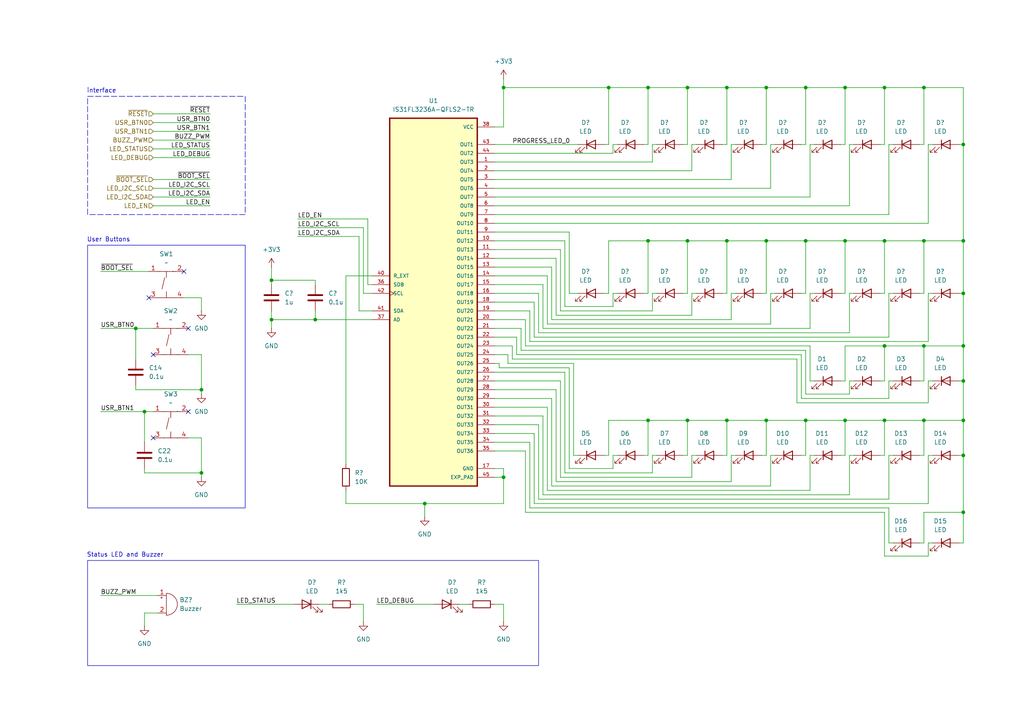
<source format=kicad_sch>
(kicad_sch (version 20250114) (generator "eeschema") (generator_version "9.0")
  (paper "A4")
  (title_block (title "BOKAKA") (date "2025-12-09") (rev "v1.0") (company "DIVA Engineering"))
  (lib_symbols
    (symbol "Device:Buzzer" (pin_names (offset 0.0254) (hide yes))
      (property "Reference" "BZ" (at 3.81 1.27 0))
      (property "Value" "Buzzer" (at 3.81 -1.27 0))
      (symbol "Buzzer_0_1"
        (polyline (pts (xy -1.651 1.905) (xy -1.143 1.905)))
        (polyline (pts (xy -1.397 2.159) (xy -1.397 1.651)))
        (arc (start 0 3.175) (mid 3.1612 0) (end 0 -3.175))
        (polyline (pts (xy 0 3.175) (xy 0 -3.175)))
      )
      (symbol "Buzzer_1_1"
        (pin passive line (at -2.54 2.54 0) (length 2.54) (name "+") (number "1"))
        (pin passive line (at -2.54 -2.54 0) (length 2.54) (name "-") (number "2"))
      )
    )
    (symbol "Device:C" (pin_numbers (hide yes)) (pin_names (offset 0.254))
      (property "Reference" "C" (at 0.635 2.54 0))
      (property "Value" "C" (at 0.635 -2.54 0))
      (symbol "C_0_1"
        (polyline (pts (xy -2.032 0.762) (xy 2.032 0.762)) (stroke (width 0.508)))
        (polyline (pts (xy -2.032 -0.762) (xy 2.032 -0.762)) (stroke (width 0.508)))
      )
      (symbol "C_1_1"
        (pin passive line (at 0 3.81 270) (length 2.794) (name "~") (number "1"))
        (pin passive line (at 0 -3.81 90) (length 2.794) (name "~") (number "2"))
      )
    )
    (symbol "Device:LED" (pin_numbers (hide yes)) (pin_names (offset 1.016) (hide yes))
      (property "Reference" "D" (at 0 2.54 0))
      (property "Value" "LED" (at 0 -2.54 0))
      (symbol "LED_0_1"
        (polyline (pts (xy -3.048 -0.762) (xy -4.572 -2.286) (xy -3.81 -2.286) (xy -4.572 -2.286) (xy -4.572 -1.524)))
        (polyline (pts (xy -1.778 -0.762) (xy -3.302 -2.286) (xy -2.54 -2.286) (xy -3.302 -2.286) (xy -3.302 -1.524)))
        (polyline (pts (xy -1.27 0) (xy 1.27 0)))
        (polyline (pts (xy -1.27 -1.27) (xy -1.27 1.27)) (stroke (width 0.254)))
        (polyline (pts (xy 1.27 -1.27) (xy 1.27 1.27) (xy -1.27 0) (xy 1.27 -1.27)) (stroke (width 0.254)))
      )
      (symbol "LED_1_1"
        (pin passive line (at -3.81 0 0) (length 2.54) (name "K") (number "1"))
        (pin passive line (at 3.81 0 180) (length 2.54) (name "A") (number "2"))
      )
    )
    (symbol "Device:R" (pin_numbers (hide yes)) (pin_names (offset 0))
      (property "Reference" "R" (at 2.032 0 90))
      (property "Value" "R" (at 0 0 90))
      (symbol "R_0_1"
        (rectangle (start -1.016 -2.54) (end 1.016 2.54) (stroke (width 0.254)))
      )
      (symbol "R_1_1"
        (pin passive line (at 0 3.81 270) (length 1.27) (name "~") (number "1"))
        (pin passive line (at 0 -3.81 90) (length 1.27) (name "~") (number "2"))
      )
    )
    (symbol "Symbols:IS31FL3236A-QFLS2-TR" (pin_names (offset 1.016))
      (property "Reference" "U" (at -12.7213 50.8852 0))
      (property "Value" "IS31FL3236A-QFLS2-TR" (at -12.7156 -58.4919 0))
      (symbol "IS31FL3236A-QFLS2-TR_0_0"
        (rectangle (start -12.7 -55.88) (end 12.7 50.8) (stroke (width 0.41)) (fill (type background)))
        (pin input line (at -17.78 5.08 0) (length 5.08) (name "R_EXT") (number "40"))
        (pin input line (at -17.78 2.54 0) (length 5.08) (name "SDB") (number "36"))
        (pin input clock (at -17.78 0 0) (length 5.08) (name "SCL") (number "42"))
        (pin bidirectional line (at -17.78 -5.08 0) (length 5.08) (name "SDA") (number "41"))
        (pin bidirectional line (at -17.78 -7.62 0) (length 5.08) (name "AD") (number "37"))
        (pin power_in line (at 17.78 48.26 180) (length 5.08) (name "VCC") (number "38"))
        (pin output line (at 17.78 43.18 180) (length 5.08) (name "OUT1") (number "43"))
        (pin output line (at 17.78 40.64 180) (length 5.08) (name "OUT2") (number "44"))
        (pin output line (at 17.78 38.1 180) (length 5.08) (name "OUT3") (number "1"))
        (pin output line (at 17.78 35.56 180) (length 5.08) (name "OUT4") (number "2"))
        (pin output line (at 17.78 33.02 180) (length 5.08) (name "OUT5") (number "3"))
        (pin output line (at 17.78 30.48 180) (length 5.08) (name "OUT6") (number "4"))
        (pin output line (at 17.78 27.94 180) (length 5.08) (name "OUT7") (number "5"))
        (pin output line (at 17.78 25.4 180) (length 5.08) (name "OUT8") (number "6"))
        (pin output line (at 17.78 22.86 180) (length 5.08) (name "OUT9") (number "7"))
        (pin output line (at 17.78 20.32 180) (length 5.08) (name "OUT10") (number "8"))
        (pin output line (at 17.78 17.78 180) (length 5.08) (name "OUT11") (number "9"))
        (pin output line (at 17.78 15.24 180) (length 5.08) (name "OUT12") (number "10"))
        (pin output line (at 17.78 12.7 180) (length 5.08) (name "OUT13") (number "11"))
        (pin output line (at 17.78 10.16 180) (length 5.08) (name "OUT14") (number "12"))
        (pin output line (at 17.78 7.62 180) (length 5.08) (name "OUT15") (number "13"))
        (pin output line (at 17.78 5.08 180) (length 5.08) (name "OUT16") (number "14"))
        (pin output line (at 17.78 2.54 180) (length 5.08) (name "OUT17") (number "15"))
        (pin output line (at 17.78 0 180) (length 5.08) (name "OUT18") (number "16"))
        (pin output line (at 17.78 -2.54 180) (length 5.08) (name "OUT19") (number "18"))
        (pin output line (at 17.78 -5.08 180) (length 5.08) (name "OUT20") (number "19"))
        (pin output line (at 17.78 -7.62 180) (length 5.08) (name "OUT21") (number "20"))
        (pin output line (at 17.78 -10.16 180) (length 5.08) (name "OUT22") (number "21"))
        (pin output line (at 17.78 -12.7 180) (length 5.08) (name "OUT23") (number "22"))
        (pin output line (at 17.78 -15.24 180) (length 5.08) (name "OUT24") (number "23"))
        (pin output line (at 17.78 -17.78 180) (length 5.08) (name "OUT25") (number "24"))
        (pin output line (at 17.78 -20.32 180) (length 5.08) (name "OUT26") (number "25"))
        (pin output line (at 17.78 -22.86 180) (length 5.08) (name "OUT27") (number "26"))
        (pin output line (at 17.78 -25.4 180) (length 5.08) (name "OUT28") (number "27"))
        (pin output line (at 17.78 -27.94 180) (length 5.08) (name "OUT29") (number "28"))
        (pin output line (at 17.78 -30.48 180) (length 5.08) (name "OUT30") (number "29"))
        (pin output line (at 17.78 -33.02 180) (length 5.08) (name "OUT31") (number "30"))
        (pin output line (at 17.78 -35.56 180) (length 5.08) (name "OUT32") (number "31"))
        (pin output line (at 17.78 -38.1 180) (length 5.08) (name "OUT33") (number "32"))
        (pin output line (at 17.78 -40.64 180) (length 5.08) (name "OUT34") (number "33"))
        (pin output line (at 17.78 -43.18 180) (length 5.08) (name "OUT35") (number "34"))
        (pin output line (at 17.78 -45.72 180) (length 5.08) (name "OUT36") (number "35"))
        (pin power_in line (at 17.78 -50.8 180) (length 5.08) (name "GND") (number "17"))
        (pin power_in line (at 17.78 -50.8 180) (length 5.08) (hide yes) (name "GND") (number "39"))
        (pin power_in line (at 17.78 -53.34 180) (length 5.08) (name "EXP_PAD") (number "45"))
      )
    )
    (symbol "Symbols:TS-1187A-B-A-B"
      (property "Reference" "SW" (at 0 0 0))
      (symbol "TS-1187A-B-A-B_1_0"
        (polyline (pts (xy -2.54 2.54) (xy 2.54 2.54)))
        (polyline (pts (xy -2.54 -5.08) (xy 2.54 -5.08)))
        (polyline (pts (xy -0.508 0.762) (xy -1.27 -2.54)))
        (polyline (pts (xy 0 0.762) (xy 0 2.54)))
        (polyline (pts (xy 0 -3.302) (xy 0 -5.08)))
        (pin passive line (at -5.08 2.54 0) (length 2.54) (name "A") (number "1"))
        (pin passive line (at -5.08 -5.08 0) (length 2.54) (name "C") (number "3"))
        (pin passive line (at 5.08 2.54 180) (length 2.54) (name "B") (number "2"))
        (pin passive line (at 5.08 -5.08 180) (length 2.54) (name "D") (number "4"))
      )
    )
    (symbol "power:+3V3" (power) (pin_numbers (hide yes)) (pin_names (offset 0) (hide yes))
      (property "Value" "+3V3" (at 0 3.556 0))
      (symbol "+3V3_0_1"
        (polyline (pts (xy -0.762 1.27) (xy 0 2.54)))
        (polyline (pts (xy 0 2.54) (xy 0.762 1.27)))
        (polyline (pts (xy 0 0) (xy 0 2.54)))
      )
      (symbol "+3V3_1_1"
        (pin power_in line (at 0 0 90) (length 0) (name "~") (number "1"))
      )
    )
    (symbol "power:GND" (power) (pin_numbers (hide yes)) (pin_names (offset 0) (hide yes))
      (property "Value" "GND" (at 0 -3.81 0))
      (symbol "GND_0_1"
        (polyline (pts (xy 0 0) (xy 0 -1.27) (xy 1.27 -1.27) (xy 0 -2.54) (xy -1.27 -1.27) (xy 0 -1.27)))
      )
      (symbol "GND_1_1"
        (pin power_in line (at 0 0 270) (length 0) (name "~") (number "1"))
      )
    )
  )
  (rectangle (start 25.4 162.56) (end 156.21 193.04))
  (rectangle (start 25.4 27.94) (end 71.12 62.23) (stroke (width 0) (type dash)))
  (rectangle (start 25.4 71.12) (end 71.12 147.32))
  (text "Status LED and Buzzer" (at 36.322 161.036 0) (effects (font (size 1.27 1.27))))
  (text "User Buttons" (at 31.496 69.596 0) (effects (font (size 1.27 1.27))))
  (text "interface" (at 29.464 26.416 0) (effects (font (size 1.27 1.27))))
  (junction (at 233.68 121.92))
  (junction (at 123.19 146.05))
  (junction (at 267.97 69.85))
  (junction (at 146.05 25.4))
  (junction (at 41.91 119.38))
  (junction (at 233.68 25.4))
  (junction (at 58.42 137.16))
  (junction (at 222.25 69.85))
  (junction (at 58.42 113.03))
  (junction (at 187.96 121.92))
  (junction (at 245.11 69.85))
  (junction (at 279.4 148.59))
  (junction (at 279.4 110.49))
  (junction (at 256.54 69.85))
  (junction (at 233.68 69.85))
  (junction (at 176.53 25.4))
  (junction (at 199.39 25.4))
  (junction (at 267.97 25.4))
  (junction (at 279.4 69.85))
  (junction (at 279.4 121.92))
  (junction (at 199.39 69.85))
  (junction (at 245.11 25.4))
  (junction (at 210.82 121.92))
  (junction (at 78.74 81.28))
  (junction (at 279.4 132.08))
  (junction (at 199.39 121.92))
  (junction (at 256.54 100.33))
  (junction (at 222.25 25.4))
  (junction (at 210.82 25.4))
  (junction (at 222.25 121.92))
  (junction (at 91.44 92.71))
  (junction (at 78.74 92.71))
  (junction (at 256.54 25.4))
  (junction (at 39.37 95.25))
  (junction (at 187.96 69.85))
  (junction (at 279.4 100.33))
  (junction (at 267.97 100.33))
  (junction (at 187.96 25.4))
  (junction (at 256.54 121.92))
  (junction (at 279.4 85.09))
  (junction (at 245.11 121.92))
  (junction (at 279.4 41.91))
  (junction (at 210.82 69.85))
  (junction (at 267.97 121.92))
  (junction (at 146.05 138.43))
  (no_connect (at 44.45 102.87))
  (no_connect (at 54.61 95.25))
  (no_connect (at 43.18 86.36))
  (no_connect (at 53.34 78.74))
  (no_connect (at 44.45 127))
  (no_connect (at 54.61 119.38))
  (wire (pts (xy 143.51 69.85) (xy 163.83 69.85)))
  (wire (pts (xy 39.37 95.25) (xy 39.37 104.14)))
  (wire (pts (xy 143.51 77.47) (xy 160.02 77.47)))
  (wire (pts (xy 143.51 64.77) (xy 269.24 64.77)))
  (wire (pts (xy 143.51 115.57) (xy 160.02 115.57)))
  (wire (pts (xy 153.67 99.06) (xy 269.24 99.06)))
  (wire (pts (xy 269.24 116.84) (xy 269.24 110.49)))
  (wire (pts (xy 143.51 102.87) (xy 147.32 102.87)))
  (wire (pts (xy 246.38 96.52) (xy 246.38 85.09)))
  (wire (pts (xy 257.81 110.49) (xy 259.08 110.49)))
  (wire (pts (xy 143.51 54.61) (xy 223.52 54.61)))
  (wire (pts (xy 105.41 175.26) (xy 105.41 180.34)))
  (wire (pts (xy 149.86 97.79) (xy 149.86 102.87)))
  (wire (pts (xy 44.45 59.69) (xy 60.96 59.69)))
  (wire (pts (xy 222.25 25.4) (xy 233.68 25.4)))
  (wire (pts (xy 212.09 41.91) (xy 213.36 41.91)))
  (wire (pts (xy 143.51 107.95) (xy 163.83 107.95)))
  (wire (pts (xy 58.42 102.87) (xy 58.42 113.03)))
  (wire (pts (xy 269.24 146.05) (xy 269.24 132.08)))
  (wire (pts (xy 143.51 90.17) (xy 153.67 90.17)))
  (wire (pts (xy 243.84 41.91) (xy 245.11 41.91)))
  (wire (pts (xy 143.51 95.25) (xy 151.13 95.25)))
  (wire (pts (xy 146.05 36.83) (xy 143.51 36.83)))
  (wire (pts (xy 257.81 41.91) (xy 257.81 62.23)))
  (wire (pts (xy 44.45 35.56) (xy 60.96 35.56)))
  (wire (pts (xy 231.14 104.14) (xy 231.14 116.84)))
  (wire (pts (xy 143.51 87.63) (xy 154.94 87.63)))
  (wire (pts (xy 152.4 92.71) (xy 152.4 100.33)))
  (wire (pts (xy 156.21 144.78) (xy 257.81 144.78)))
  (wire (pts (xy 176.53 69.85) (xy 187.96 69.85)))
  (wire (pts (xy 152.4 130.81) (xy 152.4 148.59)))
  (wire (pts (xy 177.8 132.08) (xy 179.07 132.08)))
  (wire (pts (xy 189.23 90.17) (xy 189.23 85.09)))
  (wire (pts (xy 143.51 62.23) (xy 257.81 62.23)))
  (wire (pts (xy 92.71 175.26) (xy 95.25 175.26)))
  (wire (pts (xy 176.53 41.91) (xy 176.53 25.4)))
  (wire (pts (xy 91.44 92.71) (xy 107.95 92.71)))
  (wire (pts (xy 246.38 114.3) (xy 246.38 110.49)))
  (wire (pts (xy 210.82 121.92) (xy 222.25 121.92)))
  (wire (pts (xy 165.1 135.89) (xy 177.8 135.89)))
  (wire (pts (xy 166.37 105.41) (xy 166.37 132.08)))
  (wire (pts (xy 270.51 41.91) (xy 269.24 41.91)))
  (wire (pts (xy 143.51 72.39) (xy 162.56 72.39)))
  (wire (pts (xy 143.51 100.33) (xy 148.59 100.33)))
  (wire (pts (xy 146.05 146.05) (xy 123.19 146.05)))
  (wire (pts (xy 232.41 102.87) (xy 232.41 115.57)))
  (wire (pts (xy 78.74 92.71) (xy 78.74 90.17)))
  (wire (pts (xy 210.82 25.4) (xy 222.25 25.4)))
  (wire (pts (xy 243.84 132.08) (xy 245.11 132.08)))
  (wire (pts (xy 257.81 144.78) (xy 257.81 132.08)))
  (wire (pts (xy 165.1 67.31) (xy 165.1 85.09)))
  (wire (pts (xy 246.38 143.51) (xy 246.38 132.08)))
  (wire (pts (xy 153.67 90.17) (xy 153.67 99.06)))
  (wire (pts (xy 58.42 86.36) (xy 58.42 90.17)))
  (wire (pts (xy 223.52 132.08) (xy 224.79 132.08)))
  (wire (pts (xy 210.82 41.91) (xy 210.82 25.4)))
  (wire (pts (xy 146.05 138.43) (xy 146.05 146.05)))
  (wire (pts (xy 267.97 148.59) (xy 279.4 148.59)))
  (wire (pts (xy 279.4 157.48) (xy 279.4 148.59)))
  (wire (pts (xy 255.27 85.09) (xy 256.54 85.09)))
  (wire (pts (xy 210.82 132.08) (xy 210.82 121.92)))
  (wire (pts (xy 163.83 137.16) (xy 189.23 137.16)))
  (wire (pts (xy 58.42 138.43) (xy 58.42 137.16)))
  (wire (pts (xy 255.27 110.49) (xy 256.54 110.49)))
  (wire (pts (xy 245.11 110.49) (xy 243.84 110.49)))
  (wire (pts (xy 39.37 95.25) (xy 44.45 95.25)))
  (wire (pts (xy 279.4 25.4) (xy 279.4 41.91)))
  (wire (pts (xy 257.81 85.09) (xy 259.08 85.09)))
  (wire (pts (xy 157.48 95.25) (xy 234.95 95.25)))
  (wire (pts (xy 269.24 41.91) (xy 269.24 64.77)))
  (wire (pts (xy 212.09 85.09) (xy 213.36 85.09)))
  (wire (pts (xy 269.24 110.49) (xy 270.51 110.49)))
  (wire (pts (xy 234.95 85.09) (xy 236.22 85.09)))
  (wire (pts (xy 232.41 132.08) (xy 233.68 132.08)))
  (wire (pts (xy 100.33 80.01) (xy 107.95 80.01)))
  (wire (pts (xy 223.52 41.91) (xy 223.52 54.61)))
  (wire (pts (xy 106.68 63.5) (xy 86.36 63.5)))
  (wire (pts (xy 143.51 67.31) (xy 165.1 67.31)))
  (wire (pts (xy 199.39 41.91) (xy 199.39 25.4)))
  (wire (pts (xy 189.23 137.16) (xy 189.23 132.08)))
  (wire (pts (xy 209.55 85.09) (xy 210.82 85.09)))
  (wire (pts (xy 232.41 85.09) (xy 233.68 85.09)))
  (wire (pts (xy 200.66 138.43) (xy 200.66 132.08)))
  (wire (pts (xy 175.26 85.09) (xy 176.53 85.09)))
  (wire (pts (xy 104.14 68.58) (xy 86.36 68.58)))
  (wire (pts (xy 200.66 41.91) (xy 201.93 41.91)))
  (wire (pts (xy 245.11 121.92) (xy 256.54 121.92)))
  (wire (pts (xy 256.54 148.59) (xy 256.54 161.29)))
  (wire (pts (xy 78.74 92.71) (xy 91.44 92.71)))
  (wire (pts (xy 133.35 175.26) (xy 135.89 175.26)))
  (wire (pts (xy 158.75 80.01) (xy 158.75 93.98)))
  (wire (pts (xy 245.11 85.09) (xy 245.11 69.85)))
  (wire (pts (xy 58.42 127) (xy 58.42 137.16)))
  (wire (pts (xy 162.56 72.39) (xy 162.56 90.17)))
  (wire (pts (xy 186.69 85.09) (xy 187.96 85.09)))
  (wire (pts (xy 210.82 69.85) (xy 222.25 69.85)))
  (wire (pts (xy 256.54 25.4) (xy 267.97 25.4)))
  (wire (pts (xy 243.84 85.09) (xy 245.11 85.09)))
  (wire (pts (xy 279.4 110.49) (xy 279.4 121.92)))
  (wire (pts (xy 161.29 74.93) (xy 161.29 91.44)))
  (wire (pts (xy 256.54 85.09) (xy 256.54 69.85)))
  (wire (pts (xy 143.51 82.55) (xy 157.48 82.55)))
  (wire (pts (xy 200.66 85.09) (xy 201.93 85.09)))
  (wire (pts (xy 41.91 119.38) (xy 41.91 128.27)))
  (wire (pts (xy 157.48 143.51) (xy 246.38 143.51)))
  (wire (pts (xy 146.05 135.89) (xy 146.05 138.43)))
  (wire (pts (xy 187.96 121.92) (xy 199.39 121.92)))
  (wire (pts (xy 100.33 142.24) (xy 100.33 146.05)))
  (wire (pts (xy 175.26 132.08) (xy 176.53 132.08)))
  (wire (pts (xy 234.95 142.24) (xy 234.95 132.08)))
  (wire (pts (xy 278.13 157.48) (xy 279.4 157.48)))
  (wire (pts (xy 146.05 25.4) (xy 176.53 25.4)))
  (wire (pts (xy 278.13 85.09) (xy 279.4 85.09)))
  (wire (pts (xy 187.96 132.08) (xy 187.96 121.92)))
  (wire (pts (xy 143.51 59.69) (xy 246.38 59.69)))
  (wire (pts (xy 146.05 22.86) (xy 146.05 25.4)))
  (wire (pts (xy 223.52 93.98) (xy 223.52 85.09)))
  (wire (pts (xy 187.96 69.85) (xy 199.39 69.85)))
  (wire (pts (xy 233.68 41.91) (xy 233.68 25.4)))
  (wire (pts (xy 279.4 132.08) (xy 279.4 148.59)))
  (wire (pts (xy 233.68 25.4) (xy 245.11 25.4)))
  (wire (pts (xy 222.25 41.91) (xy 222.25 25.4)))
  (wire (pts (xy 269.24 157.48) (xy 270.51 157.48)))
  (wire (pts (xy 160.02 92.71) (xy 212.09 92.71)))
  (wire (pts (xy 29.21 78.74) (xy 43.18 78.74)))
  (wire (pts (xy 234.95 41.91) (xy 234.95 57.15)))
  (wire (pts (xy 234.95 132.08) (xy 236.22 132.08)))
  (wire (pts (xy 222.25 69.85) (xy 233.68 69.85)))
  (wire (pts (xy 44.45 54.61) (xy 60.96 54.61)))
  (wire (pts (xy 102.87 175.26) (xy 105.41 175.26)))
  (wire (pts (xy 267.97 85.09) (xy 266.7 85.09)))
  (wire (pts (xy 91.44 90.17) (xy 91.44 92.71)))
  (wire (pts (xy 199.39 121.92) (xy 210.82 121.92)))
  (wire (pts (xy 158.75 118.11) (xy 158.75 142.24)))
  (wire (pts (xy 234.95 95.25) (xy 234.95 85.09)))
  (wire (pts (xy 143.51 125.73) (xy 154.94 125.73)))
  (wire (pts (xy 256.54 110.49) (xy 256.54 100.33)))
  (wire (pts (xy 257.81 97.79) (xy 257.81 85.09)))
  (wire (pts (xy 44.45 43.18) (xy 60.96 43.18)))
  (wire (pts (xy 78.74 81.28) (xy 91.44 81.28)))
  (wire (pts (xy 278.13 41.91) (xy 279.4 41.91)))
  (wire (pts (xy 199.39 41.91) (xy 198.12 41.91)))
  (wire (pts (xy 163.83 107.95) (xy 163.83 137.16)))
  (wire (pts (xy 177.8 41.91) (xy 177.8 44.45)))
  (wire (pts (xy 143.51 49.53) (xy 200.66 49.53)))
  (wire (pts (xy 278.13 132.08) (xy 279.4 132.08)))
  (wire (pts (xy 233.68 85.09) (xy 233.68 69.85)))
  (wire (pts (xy 186.69 132.08) (xy 187.96 132.08)))
  (wire (pts (xy 247.65 41.91) (xy 246.38 41.91)))
  (wire (pts (xy 187.96 41.91) (xy 187.96 25.4)))
  (wire (pts (xy 267.97 100.33) (xy 279.4 100.33)))
  (wire (pts (xy 143.51 97.79) (xy 149.86 97.79)))
  (wire (pts (xy 187.96 85.09) (xy 187.96 69.85)))
  (wire (pts (xy 78.74 82.55) (xy 78.74 81.28)))
  (wire (pts (xy 143.51 120.65) (xy 157.48 120.65)))
  (wire (pts (xy 154.94 125.73) (xy 154.94 146.05)))
  (wire (pts (xy 245.11 25.4) (xy 256.54 25.4)))
  (wire (pts (xy 267.97 121.92) (xy 279.4 121.92)))
  (wire (pts (xy 267.97 41.91) (xy 266.7 41.91)))
  (wire (pts (xy 267.97 132.08) (xy 267.97 121.92)))
  (wire (pts (xy 189.23 46.99) (xy 143.51 46.99)))
  (wire (pts (xy 143.51 123.19) (xy 156.21 123.19)))
  (wire (pts (xy 41.91 181.61) (xy 41.91 177.8)))
  (wire (pts (xy 222.25 85.09) (xy 222.25 69.85)))
  (wire (pts (xy 156.21 123.19) (xy 156.21 144.78)))
  (wire (pts (xy 255.27 132.08) (xy 256.54 132.08)))
  (wire (pts (xy 189.23 132.08) (xy 190.5 132.08)))
  (wire (pts (xy 143.51 118.11) (xy 158.75 118.11)))
  (wire (pts (xy 199.39 85.09) (xy 199.39 69.85)))
  (wire (pts (xy 160.02 140.97) (xy 223.52 140.97)))
  (wire (pts (xy 212.09 139.7) (xy 212.09 132.08)))
  (wire (pts (xy 143.51 57.15) (xy 234.95 57.15)))
  (wire (pts (xy 267.97 157.48) (xy 267.97 148.59)))
  (wire (pts (xy 78.74 77.47) (xy 78.74 81.28)))
  (wire (pts (xy 143.51 41.91) (xy 167.64 41.91)))
  (wire (pts (xy 144.78 106.68) (xy 144.78 105.41)))
  (wire (pts (xy 146.05 135.89) (xy 143.51 135.89)))
  (wire (pts (xy 223.52 140.97) (xy 223.52 132.08)))
  (wire (pts (xy 123.19 149.86) (xy 123.19 146.05)))
  (wire (pts (xy 255.27 41.91) (xy 256.54 41.91)))
  (wire (pts (xy 212.09 132.08) (xy 213.36 132.08)))
  (wire (pts (xy 279.4 121.92) (xy 279.4 132.08)))
  (wire (pts (xy 269.24 99.06) (xy 269.24 85.09)))
  (wire (pts (xy 267.97 85.09) (xy 267.97 69.85)))
  (wire (pts (xy 160.02 77.47) (xy 160.02 92.71)))
  (wire (pts (xy 189.23 85.09) (xy 190.5 85.09)))
  (wire (pts (xy 231.14 116.84) (xy 269.24 116.84)))
  (wire (pts (xy 176.53 25.4) (xy 187.96 25.4)))
  (wire (pts (xy 257.81 132.08) (xy 259.08 132.08)))
  (wire (pts (xy 162.56 138.43) (xy 200.66 138.43)))
  (wire (pts (xy 209.55 41.91) (xy 210.82 41.91)))
  (wire (pts (xy 212.09 92.71) (xy 212.09 85.09)))
  (wire (pts (xy 257.81 147.32) (xy 257.81 157.48)))
  (wire (pts (xy 198.12 132.08) (xy 199.39 132.08)))
  (wire (pts (xy 179.07 41.91) (xy 177.8 41.91)))
  (wire (pts (xy 199.39 25.4) (xy 210.82 25.4)))
  (wire (pts (xy 259.08 41.91) (xy 257.81 41.91)))
  (wire (pts (xy 143.51 52.07) (xy 212.09 52.07)))
  (wire (pts (xy 209.55 132.08) (xy 210.82 132.08)))
  (wire (pts (xy 154.94 146.05) (xy 269.24 146.05)))
  (wire (pts (xy 54.61 127) (xy 58.42 127)))
  (wire (pts (xy 165.1 135.89) (xy 165.1 106.68)))
  (wire (pts (xy 220.98 85.09) (xy 222.25 85.09)))
  (wire (pts (xy 176.53 121.92) (xy 187.96 121.92)))
  (wire (pts (xy 189.23 41.91) (xy 190.5 41.91)))
  (wire (pts (xy 245.11 110.49) (xy 245.11 100.33)))
  (wire (pts (xy 245.11 41.91) (xy 245.11 25.4)))
  (wire (pts (xy 163.83 69.85) (xy 163.83 88.9)))
  (wire (pts (xy 105.41 66.04) (xy 86.36 66.04)))
  (wire (pts (xy 233.68 69.85) (xy 245.11 69.85)))
  (wire (pts (xy 232.41 41.91) (xy 233.68 41.91)))
  (wire (pts (xy 279.4 85.09) (xy 279.4 69.85)))
  (wire (pts (xy 45.72 172.72) (xy 29.21 172.72)))
  (wire (pts (xy 234.95 110.49) (xy 236.22 110.49)))
  (wire (pts (xy 269.24 161.29) (xy 269.24 157.48)))
  (wire (pts (xy 267.97 69.85) (xy 279.4 69.85)))
  (wire (pts (xy 187.96 41.91) (xy 186.69 41.91)))
  (wire (pts (xy 279.4 110.49) (xy 278.13 110.49)))
  (wire (pts (xy 158.75 142.24) (xy 234.95 142.24)))
  (wire (pts (xy 44.45 40.64) (xy 60.96 40.64)))
  (wire (pts (xy 245.11 100.33) (xy 256.54 100.33)))
  (wire (pts (xy 39.37 111.76) (xy 39.37 113.03)))
  (wire (pts (xy 44.45 38.1) (xy 60.96 38.1)))
  (wire (pts (xy 176.53 85.09) (xy 176.53 69.85)))
  (wire (pts (xy 143.51 110.49) (xy 162.56 110.49)))
  (wire (pts (xy 161.29 113.03) (xy 161.29 139.7)))
  (wire (pts (xy 187.96 25.4) (xy 199.39 25.4)))
  (wire (pts (xy 105.41 85.09) (xy 107.95 85.09)))
  (wire (pts (xy 222.25 121.92) (xy 233.68 121.92)))
  (wire (pts (xy 257.81 157.48) (xy 259.08 157.48)))
  (wire (pts (xy 160.02 115.57) (xy 160.02 140.97)))
  (wire (pts (xy 154.94 87.63) (xy 154.94 97.79)))
  (wire (pts (xy 104.14 68.58) (xy 104.14 90.17)))
  (wire (pts (xy 200.66 132.08) (xy 201.93 132.08)))
  (wire (pts (xy 212.09 41.91) (xy 212.09 52.07)))
  (wire (pts (xy 58.42 113.03) (xy 58.42 114.3)))
  (wire (pts (xy 198.12 85.09) (xy 199.39 85.09)))
  (wire (pts (xy 256.54 100.33) (xy 267.97 100.33)))
  (wire (pts (xy 222.25 132.08) (xy 222.25 121.92)))
  (wire (pts (xy 233.68 121.92) (xy 245.11 121.92)))
  (wire (pts (xy 199.39 132.08) (xy 199.39 121.92)))
  (wire (pts (xy 161.29 139.7) (xy 212.09 139.7)))
  (wire (pts (xy 269.24 85.09) (xy 270.51 85.09)))
  (wire (pts (xy 152.4 100.33) (xy 234.95 100.33)))
  (wire (pts (xy 148.59 104.14) (xy 231.14 104.14)))
  (wire (pts (xy 246.38 132.08) (xy 247.65 132.08)))
  (wire (pts (xy 162.56 90.17) (xy 189.23 90.17)))
  (wire (pts (xy 105.41 66.04) (xy 105.41 85.09)))
  (wire (pts (xy 44.45 52.07) (xy 60.96 52.07)))
  (wire (pts (xy 177.8 135.89) (xy 177.8 132.08)))
  (wire (pts (xy 143.51 128.27) (xy 153.67 128.27)))
  (wire (pts (xy 146.05 25.4) (xy 146.05 36.83)))
  (wire (pts (xy 162.56 110.49) (xy 162.56 138.43)))
  (wire (pts (xy 143.51 74.93) (xy 161.29 74.93)))
  (wire (pts (xy 176.53 41.91) (xy 175.26 41.91)))
  (wire (pts (xy 147.32 105.41) (xy 166.37 105.41)))
  (wire (pts (xy 177.8 85.09) (xy 179.07 85.09)))
  (wire (pts (xy 109.22 175.26) (xy 125.73 175.26)))
  (wire (pts (xy 220.98 132.08) (xy 222.25 132.08)))
  (wire (pts (xy 100.33 80.01) (xy 100.33 134.62)))
  (wire (pts (xy 232.41 115.57) (xy 257.81 115.57)))
  (wire (pts (xy 85.09 175.26) (xy 68.58 175.26)))
  (wire (pts (xy 267.97 41.91) (xy 267.97 25.4)))
  (wire (pts (xy 53.34 86.36) (xy 58.42 86.36)))
  (wire (pts (xy 143.51 130.81) (xy 152.4 130.81)))
  (wire (pts (xy 104.14 90.17) (xy 107.95 90.17)))
  (wire (pts (xy 153.67 128.27) (xy 153.67 147.32)))
  (wire (pts (xy 100.33 146.05) (xy 123.19 146.05)))
  (wire (pts (xy 143.51 138.43) (xy 146.05 138.43)))
  (wire (pts (xy 44.45 119.38) (xy 41.91 119.38)))
  (wire (pts (xy 256.54 69.85) (xy 267.97 69.85)))
  (wire (pts (xy 257.81 115.57) (xy 257.81 110.49)))
  (wire (pts (xy 246.38 110.49) (xy 247.65 110.49)))
  (wire (pts (xy 157.48 82.55) (xy 157.48 95.25)))
  (wire (pts (xy 151.13 95.25) (xy 151.13 101.6)))
  (wire (pts (xy 220.98 41.91) (xy 222.25 41.91)))
  (wire (pts (xy 146.05 175.26) (xy 146.05 180.34)))
  (wire (pts (xy 267.97 110.49) (xy 266.7 110.49)))
  (wire (pts (xy 78.74 95.25) (xy 78.74 92.71)))
  (wire (pts (xy 269.24 132.08) (xy 270.51 132.08)))
  (wire (pts (xy 236.22 41.91) (xy 234.95 41.91)))
  (wire (pts (xy 199.39 69.85) (xy 210.82 69.85)))
  (wire (pts (xy 200.66 41.91) (xy 200.66 49.53)))
  (wire (pts (xy 54.61 102.87) (xy 58.42 102.87)))
  (wire (pts (xy 156.21 85.09) (xy 156.21 96.52)))
  (wire (pts (xy 233.68 114.3) (xy 246.38 114.3)))
  (wire (pts (xy 144.78 105.41) (xy 143.51 105.41)))
  (wire (pts (xy 106.68 82.55) (xy 106.68 63.5)))
  (wire (pts (xy 279.4 85.09) (xy 279.4 100.33)))
  (wire (pts (xy 279.4 100.33) (xy 279.4 110.49)))
  (wire (pts (xy 41.91 177.8) (xy 45.72 177.8)))
  (wire (pts (xy 256.54 161.29) (xy 269.24 161.29)))
  (wire (pts (xy 148.59 100.33) (xy 148.59 104.14)))
  (wire (pts (xy 44.45 57.15) (xy 60.96 57.15)))
  (wire (pts (xy 44.45 33.02) (xy 60.96 33.02)))
  (wire (pts (xy 256.54 41.91) (xy 256.54 25.4)))
  (wire (pts (xy 161.29 91.44) (xy 200.66 91.44)))
  (wire (pts (xy 29.21 95.25) (xy 39.37 95.25)))
  (wire (pts (xy 156.21 96.52) (xy 246.38 96.52)))
  (wire (pts (xy 143.51 85.09) (xy 156.21 85.09)))
  (wire (pts (xy 106.68 82.55) (xy 107.95 82.55)))
  (wire (pts (xy 39.37 113.03) (xy 58.42 113.03)))
  (wire (pts (xy 143.51 80.01) (xy 158.75 80.01)))
  (wire (pts (xy 267.97 25.4) (xy 279.4 25.4)))
  (wire (pts (xy 267.97 110.49) (xy 267.97 100.33)))
  (wire (pts (xy 256.54 121.92) (xy 267.97 121.92)))
  (wire (pts (xy 153.67 147.32) (xy 257.81 147.32)))
  (wire (pts (xy 44.45 45.72) (xy 60.96 45.72)))
  (wire (pts (xy 143.51 113.03) (xy 161.29 113.03)))
  (wire (pts (xy 177.8 44.45) (xy 143.51 44.45)))
  (wire (pts (xy 149.86 102.87) (xy 232.41 102.87)))
  (wire (pts (xy 223.52 85.09) (xy 224.79 85.09)))
  (wire (pts (xy 233.68 101.6) (xy 233.68 114.3)))
  (wire (pts (xy 234.95 100.33) (xy 234.95 110.49)))
  (wire (pts (xy 41.91 137.16) (xy 58.42 137.16)))
  (wire (pts (xy 246.38 41.91) (xy 246.38 59.69)))
  (wire (pts (xy 157.48 120.65) (xy 157.48 143.51)))
  (wire (pts (xy 176.53 132.08) (xy 176.53 121.92)))
  (wire (pts (xy 41.91 135.89) (xy 41.91 137.16)))
  (wire (pts (xy 41.91 119.38) (xy 29.21 119.38)))
  (wire (pts (xy 158.75 93.98) (xy 223.52 93.98)))
  (wire (pts (xy 256.54 132.08) (xy 256.54 121.92)))
  (wire (pts (xy 266.7 157.48) (xy 267.97 157.48)))
  (wire (pts (xy 210.82 85.09) (xy 210.82 69.85)))
  (wire (pts (xy 154.94 97.79) (xy 257.81 97.79)))
  (wire (pts (xy 266.7 132.08) (xy 267.97 132.08)))
  (wire (pts (xy 200.66 91.44) (xy 200.66 85.09)))
  (wire (pts (xy 143.51 175.26) (xy 146.05 175.26)))
  (wire (pts (xy 151.13 101.6) (xy 233.68 101.6)))
  (wire (pts (xy 91.44 81.28) (xy 91.44 82.55)))
  (wire (pts (xy 246.38 85.09) (xy 247.65 85.09)))
  (wire (pts (xy 177.8 88.9) (xy 177.8 85.09)))
  (wire (pts (xy 224.79 41.91) (xy 223.52 41.91)))
  (wire (pts (xy 147.32 102.87) (xy 147.32 105.41)))
  (wire (pts (xy 245.11 132.08) (xy 245.11 121.92)))
  (wire (pts (xy 166.37 132.08) (xy 167.64 132.08)))
  (wire (pts (xy 189.23 41.91) (xy 189.23 46.99)))
  (wire (pts (xy 163.83 88.9) (xy 177.8 88.9)))
  (wire (pts (xy 245.11 69.85) (xy 256.54 69.85)))
  (wire (pts (xy 143.51 92.71) (xy 152.4 92.71)))
  (wire (pts (xy 279.4 41.91) (xy 279.4 69.85)))
  (wire (pts (xy 152.4 148.59) (xy 256.54 148.59)))
  (wire (pts (xy 165.1 106.68) (xy 144.78 106.68)))
  (wire (pts (xy 233.68 132.08) (xy 233.68 121.92)))
  (wire (pts (xy 165.1 85.09) (xy 167.64 85.09)))
  (label "LED_STATUS" (at 60.96 43.18 180))
  (label "LED_EN" (at 86.36 63.5 0))
  (label "USR_BTN1" (at 60.96 38.1 180))
  (label "USR_BTN0" (at 29.21 95.25 0))
  (label "LED_DEBUG" (at 60.96 45.72 180))
  (label "~{BOOT_SEL}" (at 60.96 52.07 180))
  (label "LED_STATUS" (at 68.58 175.26 0))
  (label "LED_I2C_SCL" (at 60.96 54.61 180))
  (label "LED_I2C_SDA" (at 60.96 57.15 180))
  (label "PROGRESS_LED_0" (at 148.59 41.91 0))
  (label "LED_I2C_SCL" (at 86.36 66.04 0))
  (label "~{RESET}" (at 60.96 33.02 180))
  (label "~{BOOT_SEL}" (at 29.21 78.74 0))
  (label "BUZZ_PWM" (at 29.21 172.72 0))
  (label "LED_I2C_SDA" (at 86.36 68.58 0))
  (label "LED_EN" (at 60.96 59.69 180))
  (label "LED_DEBUG" (at 109.22 175.26 0))
  (label "USR_BTN0" (at 60.96 35.56 180))
  (label "USR_BTN1" (at 29.21 119.38 0))
  (label "BUZZ_PWM" (at 60.96 40.64 180))
  (hierarchical_label "LED_I2C_SCL" (shape input) (at 44.45 54.61 180))
  (hierarchical_label "LED_STATUS" (shape input) (at 44.45 43.18 180))
  (hierarchical_label "LED_EN" (shape input) (at 44.45 59.69 180))
  (hierarchical_label "LED_I2C_SDA" (shape input) (at 44.45 57.15 180))
  (hierarchical_label "LED_DEBUG" (shape input) (at 44.45 45.72 180))
  (hierarchical_label "USR_BTN1" (shape input) (at 44.45 38.1 180))
  (hierarchical_label "~{RESET}" (shape input) (at 44.45 33.02 180))
  (hierarchical_label "~{BOOT_SEL}" (shape input) (at 44.45 52.07 180))
  (hierarchical_label "BUZZ_PWM" (shape input) (at 44.45 40.64 180))
  (hierarchical_label "USR_BTN0" (shape input) (at 44.45 35.56 180))
  (symbol (lib_id "Device:LED") (at 194.31 41.91 0) (unit 1)
    (property "Reference" "D?" (at 192.7225 35.56 0))
    (property "Value" "LED" (at 192.7225 38.1 0))
    (property "Footprint" "LED_SMD:LED_0603_1608Metric" (effects (hide yes)))
    (property "Description" "Light emitting diode" (effects (hide yes)))
    (property "Sim.Pins" "1=K 2=A" (effects (hide yes)))
  )
  (symbol (lib_id "power:GND") (at 58.42 114.3 0) (unit 1)
    (property "Reference" "#PWR0104" (effects (hide yes)))
    (property "Value" "GND" (at 58.42 119.38 0))
    (property "Description" "Power symbol creates a global label with name \"GND\" , ground" (effects (hide yes)))
  )
  (symbol (lib_id "Device:LED") (at 217.17 132.08 0) (unit 1)
    (property "Reference" "D9" (at 215.5825 125.73 0))
    (property "Value" "LED" (at 215.5825 128.27 0))
    (property "Footprint" "LED_SMD:LED_0603_1608Metric" (effects (hide yes)))
    (property "Description" "Light emitting diode" (effects (hide yes)))
    (property "Sim.Pins" "1=K 2=A" (effects (hide yes)))
  )
  (symbol (lib_id "Device:LED") (at 217.17 85.09 0) (unit 1)
    (property "Reference" "D?" (at 215.5825 78.74 0))
    (property "Value" "LED" (at 215.5825 81.28 0))
    (property "Footprint" "LED_SMD:LED_0603_1608Metric" (effects (hide yes)))
    (property "Description" "Light emitting diode" (effects (hide yes)))
    (property "Sim.Pins" "1=K 2=A" (effects (hide yes)))
  )
  (symbol (lib_id "Device:R") (at 100.33 138.43 0) (unit 1)
    (property "Reference" "R?" (at 102.87 137.1599 0) (effects (justify left)))
    (property "Value" "10K" (at 102.87 139.6999 0) (effects (justify left)))
    (property "Footprint" "Resistor_SMD:R_0402_1005Metric" (effects (hide yes)))
    (property "Description" "Resistor" (effects (hide yes)))
  )
  (symbol (lib_id "Device:LED") (at 171.45 41.91 0) (unit 1)
    (property "Reference" "D?" (at 169.8625 35.56 0))
    (property "Value" "LED" (at 169.8625 38.1 0))
    (property "Footprint" "LED_SMD:LED_0603_1608Metric" (effects (hide yes)))
    (property "Description" "Light emitting diode" (effects (hide yes)))
    (property "Sim.Pins" "1=K 2=A" (effects (hide yes)))
  )
  (symbol (lib_id "Device:LED") (at 228.6 85.09 0) (unit 1)
    (property "Reference" "D?" (at 227.0125 78.74 0))
    (property "Value" "LED" (at 227.0125 81.28 0))
    (property "Footprint" "LED_SMD:LED_0603_1608Metric" (effects (hide yes)))
    (property "Description" "Light emitting diode" (effects (hide yes)))
    (property "Sim.Pins" "1=K 2=A" (effects (hide yes)))
  )
  (symbol (lib_id "Device:C") (at 91.44 86.36 0) (unit 1)
    (property "Reference" "C?" (at 95.25 85.0899 0) (effects (justify left)))
    (property "Value" "0.1u" (at 95.25 87.6299 0) (effects (justify left)))
    (property "Footprint" "Capacitor_SMD:C_0402_1005Metric" (effects (hide yes)))
    (property "Description" "Unpolarized capacitor" (effects (hide yes)))
  )
  (symbol (lib_id "Symbols:TS-1187A-B-A-B") (at 49.53 121.92 0) (unit 1)
    (property "Reference" "SW3" (at 49.53 114.3 0))
    (property "Value" "~" (at 49.53 116.84 0))
    (property "Footprint" "EasyEDA_Lib:SW-SMD_4P-L5.1-W5.1-P3.70-LS6.5-TL_H1.5" (effects (hide yes)))
    (property "Datasheet" "https://item.szlcsc.com/datasheet/TS-1187A-B-A-B/299976.html" (effects (hide yes)))
    (property "Description" "Circuit:SPST Actuator Style:Round Button Operating Force:1.6N Mounting Type:Surface Mount,Vertical Length:5.1mm Width:5.1mm Switch Height:1.5mm with Bracket:Without Bracket Contact Current:50mA Voltage Rating:12V Actuator/Cap Color:Gold With Lamp:No Life:" (effects (hide yes)))
    (property "Manufacturer Part" "TS-1187A-B-A-B" (effects (hide yes)))
    (property "Manufacturer" "XKB Connection(中国星坤)" (effects (hide yes)))
    (property "Supplier Part" "C318884" (effects (hide yes)))
    (property "Supplier" "LCSC" (effects (hide yes)))
    (property "LCSC Part Name" "5.1*5.1*1.5mm 立贴 轻触开关" (effects (hide yes)))
  )
  (symbol (lib_id "Device:LED") (at 194.31 132.08 0) (unit 1)
    (property "Reference" "D7" (at 192.7225 125.73 0))
    (property "Value" "LED" (at 192.7225 128.27 0))
    (property "Footprint" "LED_SMD:LED_0603_1608Metric" (effects (hide yes)))
    (property "Description" "Light emitting diode" (effects (hide yes)))
    (property "Sim.Pins" "1=K 2=A" (effects (hide yes)))
  )
  (symbol (lib_id "Device:LED") (at 182.88 85.09 0) (unit 1)
    (property "Reference" "D?" (at 181.2925 78.74 0))
    (property "Value" "LED" (at 181.2925 81.28 0))
    (property "Footprint" "LED_SMD:LED_0603_1608Metric" (effects (hide yes)))
    (property "Description" "Light emitting diode" (effects (hide yes)))
    (property "Sim.Pins" "1=K 2=A" (effects (hide yes)))
  )
  (symbol (lib_id "Device:LED") (at 88.9 175.26 0) (mirror y) (unit 1)
    (property "Reference" "D?" (at 90.4875 168.91 0))
    (property "Value" "LED" (at 90.4875 171.45 0))
    (property "Footprint" "LED_SMD:LED_0603_1608Metric" (effects (hide yes)))
    (property "Description" "Light emitting diode" (effects (hide yes)))
    (property "Sim.Pins" "1=K 2=A" (effects (hide yes)))
  )
  (symbol (lib_id "Device:LED") (at 194.31 85.09 0) (unit 1)
    (property "Reference" "D?" (at 192.7225 78.74 0))
    (property "Value" "LED" (at 192.7225 81.28 0))
    (property "Footprint" "LED_SMD:LED_0603_1608Metric" (effects (hide yes)))
    (property "Description" "Light emitting diode" (effects (hide yes)))
    (property "Sim.Pins" "1=K 2=A" (effects (hide yes)))
  )
  (symbol (lib_id "power:GND") (at 58.42 90.17 0) (unit 1)
    (property "Reference" "#PWR0103" (effects (hide yes)))
    (property "Value" "GND" (at 58.42 95.25 0))
    (property "Description" "Power symbol creates a global label with name \"GND\" , ground" (effects (hide yes)))
  )
  (symbol (lib_id "Device:LED") (at 171.45 85.09 0) (unit 1)
    (property "Reference" "D?" (at 169.8625 78.74 0))
    (property "Value" "LED" (at 169.8625 81.28 0))
    (property "Footprint" "LED_SMD:LED_0603_1608Metric" (effects (hide yes)))
    (property "Description" "Light emitting diode" (effects (hide yes)))
    (property "Sim.Pins" "1=K 2=A" (effects (hide yes)))
  )
  (symbol (lib_id "Device:R") (at 139.7 175.26 90) (unit 1)
    (property "Reference" "R?" (at 139.7 168.91 90))
    (property "Value" "1k5" (at 139.7 171.45 90))
    (property "Footprint" "Resistor_SMD:R_0402_1005Metric" (effects (hide yes)))
    (property "Description" "Resistor" (effects (hide yes)))
  )
  (symbol (lib_id "power:+3V3") (at 146.05 22.86 0) (unit 1)
    (property "Reference" "#PWR029" (effects (hide yes)))
    (property "Value" "+3V3" (at 146.05 17.78 0))
    (property "Description" "Power symbol creates a global label with name \"+3V3\"" (effects (hide yes)))
  )
  (symbol (lib_id "Device:LED") (at 251.46 85.09 0) (unit 1)
    (property "Reference" "D?" (at 249.8725 78.74 0))
    (property "Value" "LED" (at 249.8725 81.28 0))
    (property "Footprint" "LED_SMD:LED_0603_1608Metric" (effects (hide yes)))
    (property "Description" "Light emitting diode" (effects (hide yes)))
    (property "Sim.Pins" "1=K 2=A" (effects (hide yes)))
  )
  (symbol (lib_id "Device:LED") (at 262.89 41.91 0) (unit 1)
    (property "Reference" "D?" (at 261.3025 35.56 0))
    (property "Value" "LED" (at 261.3025 38.1 0))
    (property "Footprint" "LED_SMD:LED_0603_1608Metric" (effects (hide yes)))
    (property "Description" "Light emitting diode" (effects (hide yes)))
    (property "Sim.Pins" "1=K 2=A" (effects (hide yes)))
  )
  (symbol (lib_id "Device:LED") (at 205.74 132.08 0) (unit 1)
    (property "Reference" "D8" (at 204.1525 125.73 0))
    (property "Value" "LED" (at 204.1525 128.27 0))
    (property "Footprint" "LED_SMD:LED_0603_1608Metric" (effects (hide yes)))
    (property "Description" "Light emitting diode" (effects (hide yes)))
    (property "Sim.Pins" "1=K 2=A" (effects (hide yes)))
  )
  (symbol (lib_id "Device:LED") (at 205.74 41.91 0) (unit 1)
    (property "Reference" "D?" (at 204.1525 35.56 0))
    (property "Value" "LED" (at 204.1525 38.1 0))
    (property "Footprint" "LED_SMD:LED_0603_1608Metric" (effects (hide yes)))
    (property "Description" "Light emitting diode" (effects (hide yes)))
    (property "Sim.Pins" "1=K 2=A" (effects (hide yes)))
  )
  (symbol (lib_id "Device:LED") (at 205.74 85.09 0) (unit 1)
    (property "Reference" "D?" (at 204.1525 78.74 0))
    (property "Value" "LED" (at 204.1525 81.28 0))
    (property "Footprint" "LED_SMD:LED_0603_1608Metric" (effects (hide yes)))
    (property "Description" "Light emitting diode" (effects (hide yes)))
    (property "Sim.Pins" "1=K 2=A" (effects (hide yes)))
  )
  (symbol (lib_id "Device:C") (at 41.91 132.08 0) (unit 1)
    (property "Reference" "C22" (at 45.72 130.8099 0) (effects (justify left)))
    (property "Value" "0.1u" (at 45.72 133.3499 0) (effects (justify left)))
    (property "Footprint" "Capacitor_SMD:C_0402_1005Metric" (effects (hide yes)))
    (property "Description" "Unpolarized capacitor" (effects (hide yes)))
  )
  (symbol (lib_id "power:GND") (at 78.74 95.25 0) (unit 1)
    (property "Reference" "#PWR0102" (effects (hide yes)))
    (property "Value" "GND" (at 78.74 100.33 0))
    (property "Description" "Power symbol creates a global label with name \"GND\" , ground" (effects (hide yes)))
  )
  (symbol (lib_id "Device:LED") (at 240.03 85.09 0) (unit 1)
    (property "Reference" "D?" (at 238.4425 78.74 0))
    (property "Value" "LED" (at 238.4425 81.28 0))
    (property "Footprint" "LED_SMD:LED_0603_1608Metric" (effects (hide yes)))
    (property "Description" "Light emitting diode" (effects (hide yes)))
    (property "Sim.Pins" "1=K 2=A" (effects (hide yes)))
  )
  (symbol (lib_id "power:GND") (at 105.41 180.34 0) (unit 1)
    (property "Reference" "#PWR0109" (effects (hide yes)))
    (property "Value" "GND" (at 105.41 185.42 0))
    (property "Description" "Power symbol creates a global label with name \"GND\" , ground" (effects (hide yes)))
  )
  (symbol (lib_id "Device:LED") (at 274.32 157.48 0) (unit 1)
    (property "Reference" "D15" (at 272.7325 151.13 0))
    (property "Value" "LED" (at 272.7325 153.67 0))
    (property "Footprint" "LED_SMD:LED_0603_1608Metric" (effects (hide yes)))
    (property "Description" "Light emitting diode" (effects (hide yes)))
    (property "Sim.Pins" "1=K 2=A" (effects (hide yes)))
  )
  (symbol (lib_id "Device:LED") (at 217.17 41.91 0) (unit 1)
    (property "Reference" "D?" (at 215.5825 35.56 0))
    (property "Value" "LED" (at 215.5825 38.1 0))
    (property "Footprint" "LED_SMD:LED_0603_1608Metric" (effects (hide yes)))
    (property "Description" "Light emitting diode" (effects (hide yes)))
    (property "Sim.Pins" "1=K 2=A" (effects (hide yes)))
  )
  (symbol (lib_id "Device:C") (at 78.74 86.36 0) (unit 1)
    (property "Reference" "C?" (at 82.55 85.0899 0) (effects (justify left)))
    (property "Value" "1u" (at 82.55 87.6299 0) (effects (justify left)))
    (property "Footprint" "Capacitor_SMD:C_0402_1005Metric" (effects (hide yes)))
    (property "Description" "Unpolarized capacitor" (effects (hide yes)))
  )
  (symbol (lib_id "Symbols:TS-1187A-B-A-B") (at 49.53 97.79 0) (unit 1)
    (property "Reference" "SW2" (at 49.53 90.17 0))
    (property "Value" "~" (at 49.53 92.71 0))
    (property "Footprint" "EasyEDA_Lib:SW-SMD_4P-L5.1-W5.1-P3.70-LS6.5-TL_H1.5" (effects (hide yes)))
    (property "Datasheet" "https://item.szlcsc.com/datasheet/TS-1187A-B-A-B/299976.html" (effects (hide yes)))
    (property "Description" "Circuit:SPST Actuator Style:Round Button Operating Force:1.6N Mounting Type:Surface Mount,Vertical Length:5.1mm Width:5.1mm Switch Height:1.5mm with Bracket:Without Bracket Contact Current:50mA Voltage Rating:12V Actuator/Cap Color:Gold With Lamp:No Life:" (effects (hide yes)))
    (property "Manufacturer Part" "TS-1187A-B-A-B" (effects (hide yes)))
    (property "Manufacturer" "XKB Connection(中国星坤)" (effects (hide yes)))
    (property "Supplier Part" "C318884" (effects (hide yes)))
    (property "Supplier" "LCSC" (effects (hide yes)))
    (property "LCSC Part Name" "5.1*5.1*1.5mm 立贴 轻触开关" (effects (hide yes)))
  )
  (symbol (lib_id "Device:LED") (at 262.89 110.49 0) (unit 1)
    (property "Reference" "D3" (at 261.3025 104.14 0))
    (property "Value" "LED" (at 261.3025 106.68 0))
    (property "Footprint" "LED_SMD:LED_0603_1608Metric" (effects (hide yes)))
    (property "Description" "Light emitting diode" (effects (hide yes)))
    (property "Sim.Pins" "1=K 2=A" (effects (hide yes)))
  )
  (symbol (lib_id "Device:LED") (at 228.6 132.08 0) (unit 1)
    (property "Reference" "D10" (at 227.0125 125.73 0))
    (property "Value" "LED" (at 227.0125 128.27 0))
    (property "Footprint" "LED_SMD:LED_0603_1608Metric" (effects (hide yes)))
    (property "Description" "Light emitting diode" (effects (hide yes)))
    (property "Sim.Pins" "1=K 2=A" (effects (hide yes)))
  )
  (symbol (lib_id "Device:LED") (at 274.32 85.09 0) (unit 1)
    (property "Reference" "D?" (at 272.7325 78.74 0))
    (property "Value" "LED" (at 272.7325 81.28 0))
    (property "Footprint" "LED_SMD:LED_0603_1608Metric" (effects (hide yes)))
    (property "Description" "Light emitting diode" (effects (hide yes)))
    (property "Sim.Pins" "1=K 2=A" (effects (hide yes)))
  )
  (symbol (lib_id "power:GND") (at 123.19 149.86 0) (unit 1)
    (property "Reference" "#PWR0106" (effects (hide yes)))
    (property "Value" "GND" (at 123.19 154.94 0))
    (property "Description" "Power symbol creates a global label with name \"GND\" , ground" (effects (hide yes)))
  )
  (symbol (lib_id "Device:LED") (at 262.89 85.09 0) (unit 1)
    (property "Reference" "D?" (at 261.3025 78.74 0))
    (property "Value" "LED" (at 261.3025 81.28 0))
    (property "Footprint" "LED_SMD:LED_0603_1608Metric" (effects (hide yes)))
    (property "Description" "Light emitting diode" (effects (hide yes)))
    (property "Sim.Pins" "1=K 2=A" (effects (hide yes)))
  )
  (symbol (lib_id "Device:LED") (at 251.46 132.08 0) (unit 1)
    (property "Reference" "D12" (at 249.8725 125.73 0))
    (property "Value" "LED" (at 249.8725 128.27 0))
    (property "Footprint" "LED_SMD:LED_0603_1608Metric" (effects (hide yes)))
    (property "Description" "Light emitting diode" (effects (hide yes)))
    (property "Sim.Pins" "1=K 2=A" (effects (hide yes)))
  )
  (symbol (lib_id "power:GND") (at 41.91 181.61 0) (unit 1)
    (property "Reference" "#PWR0107" (effects (hide yes)))
    (property "Value" "GND" (at 41.91 186.69 0))
    (property "Description" "Power symbol creates a global label with name \"GND\" , ground" (effects (hide yes)))
  )
  (symbol (lib_id "Device:Buzzer") (at 48.26 175.26 0) (unit 1)
    (property "Reference" "BZ?" (at 52.07 173.9899 0) (effects (justify left)))
    (property "Value" "Buzzer" (at 52.07 176.5299 0) (effects (justify left)))
    (property "Footprint" "Footprints:CUI_CPT-9019S-SMT" (effects (hide yes)))
    (property "Description" "Buzzer, polarized" (effects (hide yes)))
  )
  (symbol (lib_id "Device:LED") (at 171.45 132.08 0) (unit 1)
    (property "Reference" "D5" (at 169.8625 125.73 0))
    (property "Value" "LED" (at 169.8625 128.27 0))
    (property "Footprint" "LED_SMD:LED_0603_1608Metric" (effects (hide yes)))
    (property "Description" "Light emitting diode" (effects (hide yes)))
    (property "Sim.Pins" "1=K 2=A" (effects (hide yes)))
  )
  (symbol (lib_id "power:+3V3") (at 78.74 77.47 0) (unit 1)
    (property "Reference" "#PWR04" (effects (hide yes)))
    (property "Value" "+3V3" (at 78.74 72.39 0))
    (property "Description" "Power symbol creates a global label with name \"+3V3\"" (effects (hide yes)))
  )
  (symbol (lib_id "Device:LED") (at 240.03 41.91 0) (unit 1)
    (property "Reference" "D?" (at 238.4425 35.56 0))
    (property "Value" "LED" (at 238.4425 38.1 0))
    (property "Footprint" "LED_SMD:LED_0603_1608Metric" (effects (hide yes)))
    (property "Description" "Light emitting diode" (effects (hide yes)))
    (property "Sim.Pins" "1=K 2=A" (effects (hide yes)))
  )
  (symbol (lib_id "Device:LED") (at 274.32 41.91 0) (unit 1)
    (property "Reference" "D?" (at 272.7325 35.56 0))
    (property "Value" "LED" (at 272.7325 38.1 0))
    (property "Footprint" "LED_SMD:LED_0603_1608Metric" (effects (hide yes)))
    (property "Description" "Light emitting diode" (effects (hide yes)))
    (property "Sim.Pins" "1=K 2=A" (effects (hide yes)))
  )
  (symbol (lib_id "Symbols:TS-1187A-B-A-B") (at 48.26 81.28 0) (unit 1)
    (property "Reference" "SW1" (at 48.26 73.66 0))
    (property "Value" "~" (at 48.26 76.2 0))
    (property "Footprint" "EasyEDA_Lib:SW-SMD_4P-L5.1-W5.1-P3.70-LS6.5-TL_H1.5" (effects (hide yes)))
    (property "Datasheet" "https://item.szlcsc.com/datasheet/TS-1187A-B-A-B/299976.html" (effects (hide yes)))
    (property "Description" "Circuit:SPST Actuator Style:Round Button Operating Force:1.6N Mounting Type:Surface Mount,Vertical Length:5.1mm Width:5.1mm Switch Height:1.5mm with Bracket:Without Bracket Contact Current:50mA Voltage Rating:12V Actuator/Cap Color:Gold With Lamp:No Life:" (effects (hide yes)))
    (property "Manufacturer Part" "TS-1187A-B-A-B" (effects (hide yes)))
    (property "Manufacturer" "XKB Connection(中国星坤)" (effects (hide yes)))
    (property "Supplier Part" "C318884" (effects (hide yes)))
    (property "Supplier" "LCSC" (effects (hide yes)))
    (property "LCSC Part Name" "5.1*5.1*1.5mm 立贴 轻触开关" (effects (hide yes)))
  )
  (symbol (lib_id "Device:LED") (at 129.54 175.26 0) (mirror y) (unit 1)
    (property "Reference" "D?" (at 131.1275 168.91 0))
    (property "Value" "LED" (at 131.1275 171.45 0))
    (property "Footprint" "LED_SMD:LED_0603_1608Metric" (effects (hide yes)))
    (property "Description" "Light emitting diode" (effects (hide yes)))
    (property "Sim.Pins" "1=K 2=A" (effects (hide yes)))
  )
  (symbol (lib_id "Symbols:IS31FL3236A-QFLS2-TR") (at 125.73 85.09 0) (unit 1)
    (property "Reference" "U1" (at 125.73 29.21 0))
    (property "Value" "IS31FL3236A-QFLS2-TR" (at 125.73 31.75 0))
    (property "Footprint" "Footprints:QFN40P500X500X80-45N" (effects (hide yes)))
  )
  (symbol (lib_id "Device:LED") (at 240.03 132.08 0) (unit 1)
    (property "Reference" "D11" (at 238.4425 125.73 0))
    (property "Value" "LED" (at 238.4425 128.27 0))
    (property "Footprint" "LED_SMD:LED_0603_1608Metric" (effects (hide yes)))
    (property "Description" "Light emitting diode" (effects (hide yes)))
    (property "Sim.Pins" "1=K 2=A" (effects (hide yes)))
  )
  (symbol (lib_id "Device:LED") (at 251.46 110.49 0) (unit 1)
    (property "Reference" "D2" (at 249.8725 104.14 0))
    (property "Value" "LED" (at 249.8725 106.68 0))
    (property "Footprint" "LED_SMD:LED_0603_1608Metric" (effects (hide yes)))
    (property "Description" "Light emitting diode" (effects (hide yes)))
    (property "Sim.Pins" "1=K 2=A" (effects (hide yes)))
  )
  (symbol (lib_id "power:GND") (at 146.05 180.34 0) (unit 1)
    (property "Reference" "#PWR0108" (effects (hide yes)))
    (property "Value" "GND" (at 146.05 185.42 0))
    (property "Description" "Power symbol creates a global label with name \"GND\" , ground" (effects (hide yes)))
  )
  (symbol (lib_id "Device:LED") (at 251.46 41.91 0) (unit 1)
    (property "Reference" "D?" (at 249.8725 35.56 0))
    (property "Value" "LED" (at 249.8725 38.1 0))
    (property "Footprint" "LED_SMD:LED_0603_1608Metric" (effects (hide yes)))
    (property "Description" "Light emitting diode" (effects (hide yes)))
    (property "Sim.Pins" "1=K 2=A" (effects (hide yes)))
  )
  (symbol (lib_id "Device:LED") (at 182.88 41.91 0) (unit 1)
    (property "Reference" "D?" (at 181.2925 35.56 0))
    (property "Value" "LED" (at 181.2925 38.1 0))
    (property "Footprint" "LED_SMD:LED_0603_1608Metric" (effects (hide yes)))
    (property "Description" "Light emitting diode" (effects (hide yes)))
    (property "Sim.Pins" "1=K 2=A" (effects (hide yes)))
  )
  (symbol (lib_id "Device:LED") (at 240.03 110.49 0) (unit 1)
    (property "Reference" "D1" (at 238.4425 104.14 0))
    (property "Value" "LED" (at 238.4425 106.68 0))
    (property "Footprint" "LED_SMD:LED_0603_1608Metric" (effects (hide yes)))
    (property "Description" "Light emitting diode" (effects (hide yes)))
    (property "Sim.Pins" "1=K 2=A" (effects (hide yes)))
  )
  (symbol (lib_id "Device:LED") (at 262.89 132.08 0) (unit 1)
    (property "Reference" "D13" (at 261.3025 125.73 0))
    (property "Value" "LED" (at 261.3025 128.27 0))
    (property "Footprint" "LED_SMD:LED_0603_1608Metric" (effects (hide yes)))
    (property "Description" "Light emitting diode" (effects (hide yes)))
    (property "Sim.Pins" "1=K 2=A" (effects (hide yes)))
  )
  (symbol (lib_id "Device:R") (at 99.06 175.26 90) (unit 1)
    (property "Reference" "R?" (at 99.06 168.91 90))
    (property "Value" "1k5" (at 99.06 171.45 90))
    (property "Footprint" "Resistor_SMD:R_0402_1005Metric" (effects (hide yes)))
    (property "Description" "Resistor" (effects (hide yes)))
  )
  (symbol (lib_id "Device:LED") (at 274.32 132.08 0) (unit 1)
    (property "Reference" "D14" (at 272.7325 125.73 0))
    (property "Value" "LED" (at 272.7325 128.27 0))
    (property "Footprint" "LED_SMD:LED_0603_1608Metric" (effects (hide yes)))
    (property "Description" "Light emitting diode" (effects (hide yes)))
    (property "Sim.Pins" "1=K 2=A" (effects (hide yes)))
  )
  (symbol (lib_id "power:GND") (at 58.42 138.43 0) (unit 1)
    (property "Reference" "#PWR0105" (effects (hide yes)))
    (property "Value" "GND" (at 58.42 143.51 0))
    (property "Description" "Power symbol creates a global label with name \"GND\" , ground" (effects (hide yes)))
  )
  (symbol (lib_id "Device:LED") (at 182.88 132.08 0) (unit 1)
    (property "Reference" "D6" (at 181.2925 125.73 0))
    (property "Value" "LED" (at 181.2925 128.27 0))
    (property "Footprint" "LED_SMD:LED_0603_1608Metric" (effects (hide yes)))
    (property "Description" "Light emitting diode" (effects (hide yes)))
    (property "Sim.Pins" "1=K 2=A" (effects (hide yes)))
  )
  (symbol (lib_id "Device:LED") (at 262.89 157.48 0) (unit 1)
    (property "Reference" "D16" (at 261.3025 151.13 0))
    (property "Value" "LED" (at 261.3025 153.67 0))
    (property "Footprint" "LED_SMD:LED_0603_1608Metric" (effects (hide yes)))
    (property "Description" "Light emitting diode" (effects (hide yes)))
    (property "Sim.Pins" "1=K 2=A" (effects (hide yes)))
  )
  (symbol (lib_id "Device:LED") (at 228.6 41.91 0) (unit 1)
    (property "Reference" "D?" (at 227.0125 35.56 0))
    (property "Value" "LED" (at 227.0125 38.1 0))
    (property "Footprint" "LED_SMD:LED_0603_1608Metric" (effects (hide yes)))
    (property "Description" "Light emitting diode" (effects (hide yes)))
    (property "Sim.Pins" "1=K 2=A" (effects (hide yes)))
  )
  (symbol (lib_id "Device:LED") (at 274.32 110.49 0) (unit 1)
    (property "Reference" "D4" (at 272.7325 104.14 0))
    (property "Value" "LED" (at 272.7325 106.68 0))
    (property "Footprint" "LED_SMD:LED_0603_1608Metric" (effects (hide yes)))
    (property "Description" "Light emitting diode" (effects (hide yes)))
    (property "Sim.Pins" "1=K 2=A" (effects (hide yes)))
  )
  (symbol (lib_id "Device:C") (at 39.37 107.95 0) (unit 1)
    (property "Reference" "C14" (at 43.18 106.6799 0) (effects (justify left)))
    (property "Value" "0.1u" (at 43.18 109.2199 0) (effects (justify left)))
    (property "Footprint" "Capacitor_SMD:C_0402_1005Metric" (effects (hide yes)))
    (property "Description" "Unpolarized capacitor" (effects (hide yes)))
  )
)
</source>
